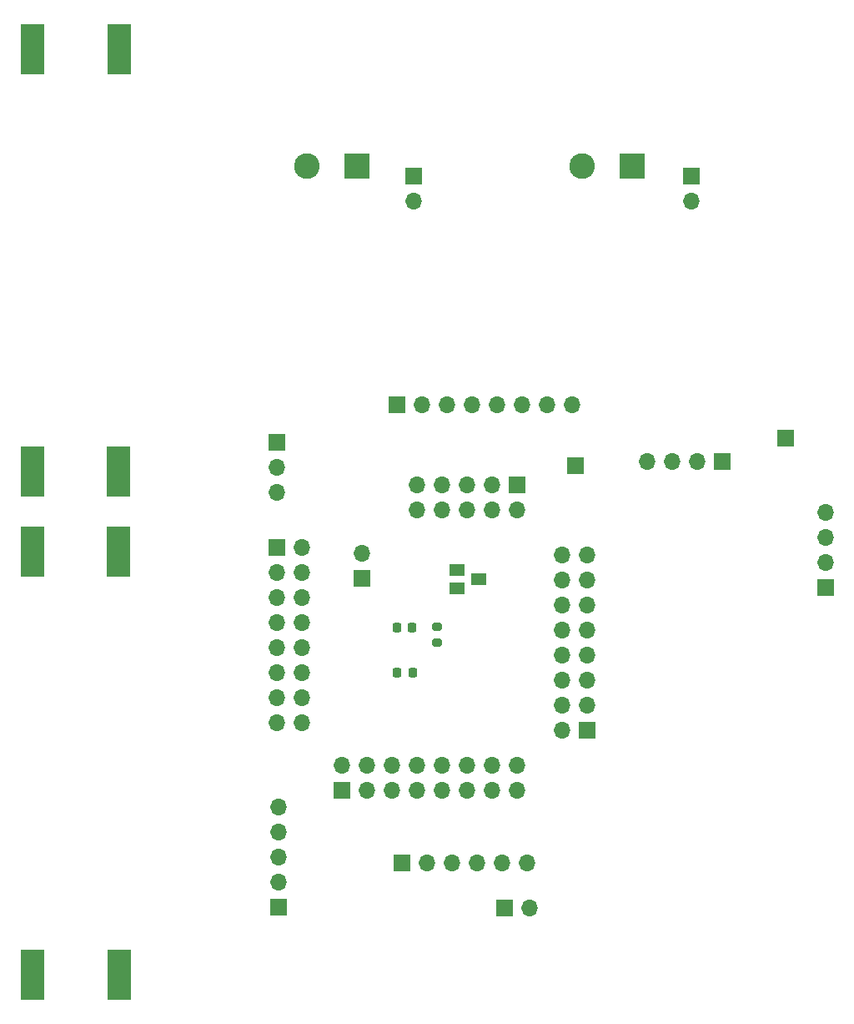
<source format=gbr>
%TF.GenerationSoftware,KiCad,Pcbnew,7.0.9*%
%TF.CreationDate,2023-12-08T23:53:58+01:00*%
%TF.ProjectId,SMPS_V1_data,534d5053-5f56-4315-9f64-6174612e6b69,rev?*%
%TF.SameCoordinates,Original*%
%TF.FileFunction,Soldermask,Bot*%
%TF.FilePolarity,Negative*%
%FSLAX46Y46*%
G04 Gerber Fmt 4.6, Leading zero omitted, Abs format (unit mm)*
G04 Created by KiCad (PCBNEW 7.0.9) date 2023-12-08 23:53:58*
%MOMM*%
%LPD*%
G01*
G04 APERTURE LIST*
G04 Aperture macros list*
%AMRoundRect*
0 Rectangle with rounded corners*
0 $1 Rounding radius*
0 $2 $3 $4 $5 $6 $7 $8 $9 X,Y pos of 4 corners*
0 Add a 4 corners polygon primitive as box body*
4,1,4,$2,$3,$4,$5,$6,$7,$8,$9,$2,$3,0*
0 Add four circle primitives for the rounded corners*
1,1,$1+$1,$2,$3*
1,1,$1+$1,$4,$5*
1,1,$1+$1,$6,$7*
1,1,$1+$1,$8,$9*
0 Add four rect primitives between the rounded corners*
20,1,$1+$1,$2,$3,$4,$5,0*
20,1,$1+$1,$4,$5,$6,$7,0*
20,1,$1+$1,$6,$7,$8,$9,0*
20,1,$1+$1,$8,$9,$2,$3,0*%
G04 Aperture macros list end*
%ADD10R,2.420000X5.080000*%
%ADD11R,1.700000X1.700000*%
%ADD12O,1.700000X1.700000*%
%ADD13RoundRect,0.102000X1.200000X1.200000X-1.200000X1.200000X-1.200000X-1.200000X1.200000X-1.200000X0*%
%ADD14C,2.604000*%
%ADD15RoundRect,0.225000X-0.225000X-0.250000X0.225000X-0.250000X0.225000X0.250000X-0.225000X0.250000X0*%
%ADD16RoundRect,0.102000X0.700000X-0.500000X0.700000X0.500000X-0.700000X0.500000X-0.700000X-0.500000X0*%
%ADD17RoundRect,0.200000X0.275000X-0.200000X0.275000X0.200000X-0.275000X0.200000X-0.275000X-0.200000X0*%
G04 APERTURE END LIST*
D10*
%TO.C,J30*%
X82820000Y-80920000D03*
X91580000Y-80920000D03*
%TD*%
%TO.C,J32*%
X82870000Y-131930000D03*
X91630000Y-131930000D03*
%TD*%
%TO.C,J31*%
X91580000Y-89060000D03*
X82820000Y-89060000D03*
%TD*%
D11*
%TO.C,J26*%
X121511200Y-50923200D03*
D12*
X121511200Y-53463200D03*
%TD*%
D11*
%TO.C,J5*%
X116250000Y-91770000D03*
D12*
X116250000Y-89230000D03*
%TD*%
D11*
%TO.C,J4*%
X119874000Y-74101000D03*
D12*
X122414000Y-74101000D03*
X124954000Y-74101000D03*
X127494000Y-74101000D03*
X130034000Y-74101000D03*
X132574000Y-74101000D03*
X135114000Y-74101000D03*
X137654000Y-74101000D03*
%TD*%
D11*
%TO.C,J1*%
X107682000Y-77911000D03*
D12*
X107682000Y-80451000D03*
X107682000Y-82991000D03*
%TD*%
D11*
%TO.C,J2*%
X107682000Y-88579000D03*
D12*
X110222000Y-88579000D03*
X107682000Y-91119000D03*
X110222000Y-91119000D03*
X107682000Y-93659000D03*
X110222000Y-93659000D03*
X107682000Y-96199000D03*
X110222000Y-96199000D03*
X107682000Y-98739000D03*
X110222000Y-98739000D03*
X107682000Y-101279000D03*
X110222000Y-101279000D03*
X107682000Y-103819000D03*
X110222000Y-103819000D03*
X107682000Y-106359000D03*
X110222000Y-106359000D03*
%TD*%
D11*
%TO.C,J14*%
X159320200Y-77542400D03*
%TD*%
%TO.C,J8*%
X120382000Y-120570000D03*
D12*
X122922000Y-120570000D03*
X125462000Y-120570000D03*
X128002000Y-120570000D03*
X130542000Y-120570000D03*
X133082000Y-120570000D03*
%TD*%
D11*
%TO.C,J10*%
X107800000Y-125130000D03*
D12*
X107800000Y-122590000D03*
X107800000Y-120050000D03*
X107800000Y-117510000D03*
X107800000Y-114970000D03*
%TD*%
D11*
%TO.C,J13*%
X139178000Y-107121000D03*
D12*
X136638000Y-107121000D03*
X139178000Y-104581000D03*
X136638000Y-104581000D03*
X139178000Y-102041000D03*
X136638000Y-102041000D03*
X139178000Y-99501000D03*
X136638000Y-99501000D03*
X139178000Y-96961000D03*
X136638000Y-96961000D03*
X139178000Y-94421000D03*
X136638000Y-94421000D03*
X139178000Y-91881000D03*
X136638000Y-91881000D03*
X139178000Y-89341000D03*
X136638000Y-89341000D03*
%TD*%
D13*
%TO.C,J11*%
X143750000Y-49912500D03*
D14*
X138670000Y-49912500D03*
%TD*%
D11*
%TO.C,J28*%
X137986792Y-80331208D03*
%TD*%
%TO.C,J9*%
X130796000Y-125142000D03*
D12*
X133336000Y-125142000D03*
%TD*%
D11*
%TO.C,J6*%
X132066000Y-82229000D03*
D12*
X132066000Y-84769000D03*
X129526000Y-82229000D03*
X129526000Y-84769000D03*
X126986000Y-82229000D03*
X126986000Y-84769000D03*
X124446000Y-82229000D03*
X124446000Y-84769000D03*
X121906000Y-82229000D03*
X121906000Y-84769000D03*
%TD*%
D13*
%TO.C,J3*%
X115810000Y-49895000D03*
D14*
X110730000Y-49895000D03*
%TD*%
D11*
%TO.C,J7*%
X114286000Y-113217000D03*
D12*
X114286000Y-110677000D03*
X116826000Y-113217000D03*
X116826000Y-110677000D03*
X119366000Y-113217000D03*
X119366000Y-110677000D03*
X121906000Y-113217000D03*
X121906000Y-110677000D03*
X124446000Y-113217000D03*
X124446000Y-110677000D03*
X126986000Y-113217000D03*
X126986000Y-110677000D03*
X129526000Y-113217000D03*
X129526000Y-110677000D03*
X132066000Y-113217000D03*
X132066000Y-110677000D03*
%TD*%
D11*
%TO.C,J27*%
X149756000Y-50923200D03*
D12*
X149756000Y-53463200D03*
%TD*%
D10*
%TO.C,J29*%
X91630000Y-38070000D03*
X82870000Y-38070000D03*
%TD*%
D11*
%TO.C,J12*%
X152900000Y-79900000D03*
D12*
X150360000Y-79900000D03*
X147820000Y-79900000D03*
X145280000Y-79900000D03*
%TD*%
D11*
%TO.C,J25*%
X163364200Y-92670800D03*
D12*
X163364200Y-90130800D03*
X163364200Y-87590800D03*
X163364200Y-85050800D03*
%TD*%
D15*
%TO.C,C14*%
X119874000Y-101279000D03*
X121424000Y-101279000D03*
%TD*%
D16*
%TO.C,D2*%
X125970000Y-92752000D03*
X125970000Y-90852000D03*
X128170000Y-91802000D03*
%TD*%
D15*
%TO.C,C15*%
X119861000Y-96694000D03*
X121411000Y-96694000D03*
%TD*%
D17*
%TO.C,R23*%
X123938000Y-98281000D03*
X123938000Y-96631000D03*
%TD*%
M02*

</source>
